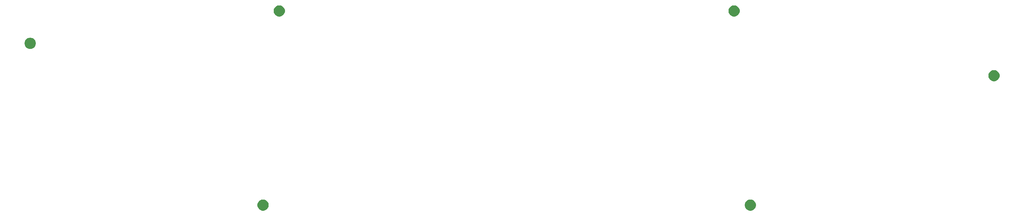
<source format=gbr>
G04 #@! TF.GenerationSoftware,KiCad,Pcbnew,(5.1.4)-1*
G04 #@! TF.CreationDate,2021-01-30T00:12:26-06:00*
G04 #@! TF.ProjectId,65NumpadPLATE,36354e75-6d70-4616-9450-4c4154452e6b,rev?*
G04 #@! TF.SameCoordinates,Original*
G04 #@! TF.FileFunction,Soldermask,Top*
G04 #@! TF.FilePolarity,Negative*
%FSLAX46Y46*%
G04 Gerber Fmt 4.6, Leading zero omitted, Abs format (unit mm)*
G04 Created by KiCad (PCBNEW (5.1.4)-1) date 2021-01-30 00:12:26*
%MOMM*%
%LPD*%
G04 APERTURE LIST*
%ADD10C,0.100000*%
G04 APERTURE END LIST*
D10*
G36*
X210719006Y-123803798D02*
G01*
X210825329Y-123824947D01*
X211125792Y-123949403D01*
X211396201Y-124130085D01*
X211626165Y-124360049D01*
X211806847Y-124630458D01*
X211931303Y-124930921D01*
X211994750Y-125249891D01*
X211994750Y-125575109D01*
X211931303Y-125894079D01*
X211806847Y-126194542D01*
X211626165Y-126464951D01*
X211396201Y-126694915D01*
X211125792Y-126875597D01*
X210825329Y-127000053D01*
X210719006Y-127021202D01*
X210506361Y-127063500D01*
X210181139Y-127063500D01*
X209968494Y-127021202D01*
X209862171Y-127000053D01*
X209561708Y-126875597D01*
X209291299Y-126694915D01*
X209061335Y-126464951D01*
X208880653Y-126194542D01*
X208756197Y-125894079D01*
X208692750Y-125575109D01*
X208692750Y-125249891D01*
X208756197Y-124930921D01*
X208880653Y-124630458D01*
X209061335Y-124360049D01*
X209291299Y-124130085D01*
X209561708Y-123949403D01*
X209862171Y-123824947D01*
X209968494Y-123803798D01*
X210181139Y-123761500D01*
X210506361Y-123761500D01*
X210719006Y-123803798D01*
X210719006Y-123803798D01*
G37*
G36*
X67844006Y-123803798D02*
G01*
X67950329Y-123824947D01*
X68250792Y-123949403D01*
X68521201Y-124130085D01*
X68751165Y-124360049D01*
X68931847Y-124630458D01*
X69056303Y-124930921D01*
X69119750Y-125249891D01*
X69119750Y-125575109D01*
X69056303Y-125894079D01*
X68931847Y-126194542D01*
X68751165Y-126464951D01*
X68521201Y-126694915D01*
X68250792Y-126875597D01*
X67950329Y-127000053D01*
X67844006Y-127021202D01*
X67631361Y-127063500D01*
X67306139Y-127063500D01*
X67093494Y-127021202D01*
X66987171Y-127000053D01*
X66686708Y-126875597D01*
X66416299Y-126694915D01*
X66186335Y-126464951D01*
X66005653Y-126194542D01*
X65881197Y-125894079D01*
X65817750Y-125575109D01*
X65817750Y-125249891D01*
X65881197Y-124930921D01*
X66005653Y-124630458D01*
X66186335Y-124360049D01*
X66416299Y-124130085D01*
X66686708Y-123949403D01*
X66987171Y-123824947D01*
X67093494Y-123803798D01*
X67306139Y-123761500D01*
X67631361Y-123761500D01*
X67844006Y-123803798D01*
X67844006Y-123803798D01*
G37*
G36*
X282156506Y-85703798D02*
G01*
X282262829Y-85724947D01*
X282563292Y-85849403D01*
X282833701Y-86030085D01*
X283063665Y-86260049D01*
X283244347Y-86530458D01*
X283368803Y-86830921D01*
X283432250Y-87149891D01*
X283432250Y-87475109D01*
X283368803Y-87794079D01*
X283244347Y-88094542D01*
X283063665Y-88364951D01*
X282833701Y-88594915D01*
X282563292Y-88775597D01*
X282262829Y-88900053D01*
X282156506Y-88921202D01*
X281943861Y-88963500D01*
X281618639Y-88963500D01*
X281405994Y-88921202D01*
X281299671Y-88900053D01*
X280999208Y-88775597D01*
X280728799Y-88594915D01*
X280498835Y-88364951D01*
X280318153Y-88094542D01*
X280193697Y-87794079D01*
X280130250Y-87475109D01*
X280130250Y-87149891D01*
X280193697Y-86830921D01*
X280318153Y-86530458D01*
X280498835Y-86260049D01*
X280728799Y-86030085D01*
X280999208Y-85849403D01*
X281299671Y-85724947D01*
X281405994Y-85703798D01*
X281618639Y-85661500D01*
X281943861Y-85661500D01*
X282156506Y-85703798D01*
X282156506Y-85703798D01*
G37*
G36*
X-418494Y-76178798D02*
G01*
X-312171Y-76199947D01*
X-11708Y-76324403D01*
X258701Y-76505085D01*
X488665Y-76735049D01*
X669347Y-77005458D01*
X793803Y-77305921D01*
X857250Y-77624891D01*
X857250Y-77950109D01*
X793803Y-78269079D01*
X669347Y-78569542D01*
X488665Y-78839951D01*
X258701Y-79069915D01*
X-11708Y-79250597D01*
X-312171Y-79375053D01*
X-418494Y-79396202D01*
X-631139Y-79438500D01*
X-956361Y-79438500D01*
X-1169006Y-79396202D01*
X-1275329Y-79375053D01*
X-1575792Y-79250597D01*
X-1846201Y-79069915D01*
X-2076165Y-78839951D01*
X-2256847Y-78569542D01*
X-2381303Y-78269079D01*
X-2444750Y-77950109D01*
X-2444750Y-77624891D01*
X-2381303Y-77305921D01*
X-2256847Y-77005458D01*
X-2076165Y-76735049D01*
X-1846201Y-76505085D01*
X-1575792Y-76324403D01*
X-1275329Y-76199947D01*
X-1169006Y-76178798D01*
X-956361Y-76136500D01*
X-631139Y-76136500D01*
X-418494Y-76178798D01*
X-418494Y-76178798D01*
G37*
G36*
X205956506Y-66653798D02*
G01*
X206062829Y-66674947D01*
X206363292Y-66799403D01*
X206633701Y-66980085D01*
X206863665Y-67210049D01*
X207044347Y-67480458D01*
X207168803Y-67780921D01*
X207232250Y-68099891D01*
X207232250Y-68425109D01*
X207168803Y-68744079D01*
X207044347Y-69044542D01*
X206863665Y-69314951D01*
X206633701Y-69544915D01*
X206363292Y-69725597D01*
X206062829Y-69850053D01*
X205956506Y-69871202D01*
X205743861Y-69913500D01*
X205418639Y-69913500D01*
X205205994Y-69871202D01*
X205099671Y-69850053D01*
X204799208Y-69725597D01*
X204528799Y-69544915D01*
X204298835Y-69314951D01*
X204118153Y-69044542D01*
X203993697Y-68744079D01*
X203930250Y-68425109D01*
X203930250Y-68099891D01*
X203993697Y-67780921D01*
X204118153Y-67480458D01*
X204298835Y-67210049D01*
X204528799Y-66980085D01*
X204799208Y-66799403D01*
X205099671Y-66674947D01*
X205205994Y-66653798D01*
X205418639Y-66611500D01*
X205743861Y-66611500D01*
X205956506Y-66653798D01*
X205956506Y-66653798D01*
G37*
G36*
X72606506Y-66653798D02*
G01*
X72712829Y-66674947D01*
X73013292Y-66799403D01*
X73283701Y-66980085D01*
X73513665Y-67210049D01*
X73694347Y-67480458D01*
X73818803Y-67780921D01*
X73882250Y-68099891D01*
X73882250Y-68425109D01*
X73818803Y-68744079D01*
X73694347Y-69044542D01*
X73513665Y-69314951D01*
X73283701Y-69544915D01*
X73013292Y-69725597D01*
X72712829Y-69850053D01*
X72606506Y-69871202D01*
X72393861Y-69913500D01*
X72068639Y-69913500D01*
X71855994Y-69871202D01*
X71749671Y-69850053D01*
X71449208Y-69725597D01*
X71178799Y-69544915D01*
X70948835Y-69314951D01*
X70768153Y-69044542D01*
X70643697Y-68744079D01*
X70580250Y-68425109D01*
X70580250Y-68099891D01*
X70643697Y-67780921D01*
X70768153Y-67480458D01*
X70948835Y-67210049D01*
X71178799Y-66980085D01*
X71449208Y-66799403D01*
X71749671Y-66674947D01*
X71855994Y-66653798D01*
X72068639Y-66611500D01*
X72393861Y-66611500D01*
X72606506Y-66653798D01*
X72606506Y-66653798D01*
G37*
M02*

</source>
